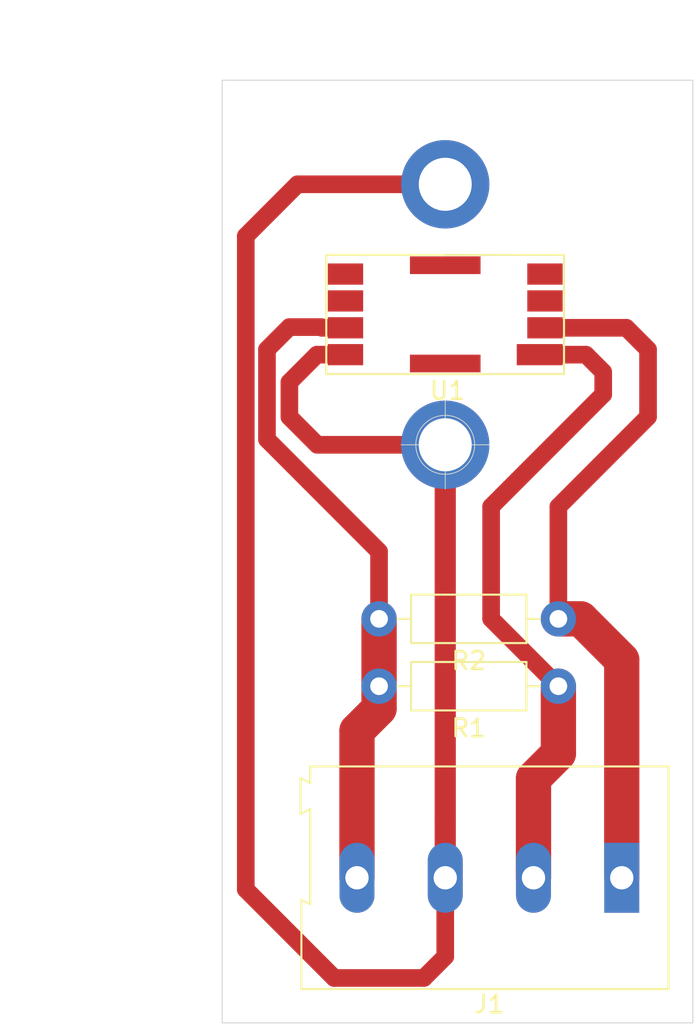
<source format=kicad_pcb>
(kicad_pcb (version 20171130) (host pcbnew "(5.1.6)-1")

  (general
    (thickness 1.6)
    (drawings 7)
    (tracks 44)
    (zones 0)
    (modules 4)
    (nets 11)
  )

  (page A4)
  (layers
    (0 F.Cu signal)
    (31 B.Cu signal)
    (32 B.Adhes user)
    (33 F.Adhes user)
    (34 B.Paste user)
    (35 F.Paste user)
    (36 B.SilkS user)
    (37 F.SilkS user)
    (38 B.Mask user)
    (39 F.Mask user)
    (40 Dwgs.User user)
    (41 Cmts.User user)
    (42 Eco1.User user)
    (43 Eco2.User user)
    (44 Edge.Cuts user)
    (45 Margin user)
    (46 B.CrtYd user)
    (47 F.CrtYd user)
    (48 B.Fab user)
    (49 F.Fab user)
  )

  (setup
    (last_trace_width 1)
    (user_trace_width 1)
    (user_trace_width 1.2)
    (user_trace_width 2)
    (trace_clearance 0.2)
    (zone_clearance 0.508)
    (zone_45_only no)
    (trace_min 0.2)
    (via_size 0.8)
    (via_drill 0.4)
    (via_min_size 0.4)
    (via_min_drill 0.3)
    (uvia_size 0.3)
    (uvia_drill 0.1)
    (uvias_allowed no)
    (uvia_min_size 0.2)
    (uvia_min_drill 0.1)
    (edge_width 0.05)
    (segment_width 0.2)
    (pcb_text_width 0.3)
    (pcb_text_size 1.5 1.5)
    (mod_edge_width 0.12)
    (mod_text_size 1 1)
    (mod_text_width 0.15)
    (pad_size 2 2)
    (pad_drill 1)
    (pad_to_mask_clearance 0.051)
    (solder_mask_min_width 0.25)
    (aux_axis_origin 0 0)
    (visible_elements 7FFFFFFF)
    (pcbplotparams
      (layerselection 0x2ffff_ffffffff)
      (usegerberextensions false)
      (usegerberattributes false)
      (usegerberadvancedattributes false)
      (creategerberjobfile false)
      (excludeedgelayer true)
      (linewidth 0.100000)
      (plotframeref false)
      (viasonmask false)
      (mode 1)
      (useauxorigin false)
      (hpglpennumber 1)
      (hpglpenspeed 20)
      (hpglpendiameter 15.000000)
      (psnegative false)
      (psa4output false)
      (plotreference true)
      (plotvalue true)
      (plotinvisibletext false)
      (padsonsilk false)
      (subtractmaskfromsilk false)
      (outputformat 1)
      (mirror false)
      (drillshape 0)
      (scaleselection 1)
      (outputdirectory ""))
  )

  (net 0 "")
  (net 1 "Net-(J1-Pad1)")
  (net 2 "Net-(J1-Pad2)")
  (net 3 "Net-(J1-Pad4)")
  (net 4 GND)
  (net 5 "Net-(U1-Pad10)")
  (net 6 "Net-(U1-Pad3)")
  (net 7 "Net-(U1-Pad4)")
  (net 8 "Net-(U1-Pad5)")
  (net 9 "Net-(U1-Pad6)")
  (net 10 "Net-(U1-Pad7)")

  (net_class Default "Esta es la clase de red por defecto."
    (clearance 0.2)
    (trace_width 0.25)
    (via_dia 0.8)
    (via_drill 0.4)
    (uvia_dia 0.3)
    (uvia_drill 0.1)
    (add_net GND)
    (add_net "Net-(J1-Pad1)")
    (add_net "Net-(J1-Pad2)")
    (add_net "Net-(J1-Pad4)")
    (add_net "Net-(U1-Pad10)")
    (add_net "Net-(U1-Pad3)")
    (add_net "Net-(U1-Pad4)")
    (add_net "Net-(U1-Pad5)")
    (add_net "Net-(U1-Pad6)")
    (add_net "Net-(U1-Pad7)")
  )

  (module Resistor_THT:R_Axial_DIN0207_L6.3mm_D2.5mm_P10.16mm_Horizontal (layer F.Cu) (tedit 5EC40D0C) (tstamp 5EC468CD)
    (at 50.8 66.04 180)
    (descr "Resistor, Axial_DIN0207 series, Axial, Horizontal, pin pitch=10.16mm, 0.25W = 1/4W, length*diameter=6.3*2.5mm^2, http://cdn-reichelt.de/documents/datenblatt/B400/1_4W%23YAG.pdf")
    (tags "Resistor Axial_DIN0207 series Axial Horizontal pin pitch 10.16mm 0.25W = 1/4W length 6.3mm diameter 2.5mm")
    (path /5EC4367A)
    (fp_text reference R1 (at 5.08 -2.37) (layer F.SilkS)
      (effects (font (size 1 1) (thickness 0.15)))
    )
    (fp_text value R (at 5.08 2.37) (layer F.Fab)
      (effects (font (size 1 1) (thickness 0.15)))
    )
    (fp_line (start 11.21 -1.5) (end -1.05 -1.5) (layer F.CrtYd) (width 0.05))
    (fp_line (start 11.21 1.5) (end 11.21 -1.5) (layer F.CrtYd) (width 0.05))
    (fp_line (start -1.05 1.5) (end 11.21 1.5) (layer F.CrtYd) (width 0.05))
    (fp_line (start -1.05 -1.5) (end -1.05 1.5) (layer F.CrtYd) (width 0.05))
    (fp_line (start 9.12 0) (end 8.35 0) (layer F.SilkS) (width 0.12))
    (fp_line (start 1.04 0) (end 1.81 0) (layer F.SilkS) (width 0.12))
    (fp_line (start 8.35 -1.37) (end 1.81 -1.37) (layer F.SilkS) (width 0.12))
    (fp_line (start 8.35 1.37) (end 8.35 -1.37) (layer F.SilkS) (width 0.12))
    (fp_line (start 1.81 1.37) (end 8.35 1.37) (layer F.SilkS) (width 0.12))
    (fp_line (start 1.81 -1.37) (end 1.81 1.37) (layer F.SilkS) (width 0.12))
    (fp_line (start 10.16 0) (end 8.23 0) (layer F.Fab) (width 0.1))
    (fp_line (start 0 0) (end 1.93 0) (layer F.Fab) (width 0.1))
    (fp_line (start 8.23 -1.25) (end 1.93 -1.25) (layer F.Fab) (width 0.1))
    (fp_line (start 8.23 1.25) (end 8.23 -1.25) (layer F.Fab) (width 0.1))
    (fp_line (start 1.93 1.25) (end 8.23 1.25) (layer F.Fab) (width 0.1))
    (fp_line (start 1.93 -1.25) (end 1.93 1.25) (layer F.Fab) (width 0.1))
    (fp_text user %R (at 5.08 0) (layer F.Fab)
      (effects (font (size 1 1) (thickness 0.15)))
    )
    (pad 1 thru_hole circle (at 0 0 180) (size 2 2) (drill 1) (layers *.Cu *.Mask)
      (net 2 "Net-(J1-Pad2)"))
    (pad 2 thru_hole circle (at 10.16 0 180) (size 2 2) (drill 1) (layers *.Cu *.Mask)
      (net 3 "Net-(J1-Pad4)"))
    (model ${KISYS3DMOD}/Resistor_THT.3dshapes/R_Axial_DIN0207_L6.3mm_D2.5mm_P10.16mm_Horizontal.wrl
      (at (xyz 0 0 0))
      (scale (xyz 1 1 1))
      (rotate (xyz 0 0 0))
    )
  )

  (module Boards:SensorPresion (layer F.Cu) (tedit 5EC3E215) (tstamp 5EC468F8)
    (at 44.39 47.78)
    (path /5EC4111F)
    (fp_text reference U1 (at 0.13 1.54) (layer F.SilkS)
      (effects (font (size 1 1) (thickness 0.15)))
    )
    (fp_text value SensordePresion (at 0 -7.62) (layer F.Fab)
      (effects (font (size 1 1) (thickness 0.15)))
    )
    (fp_line (start 0.01 0.6) (end 6.72 0.6) (layer F.SilkS) (width 0.12))
    (fp_line (start 6.73 0.6) (end 6.73 -6.13) (layer F.SilkS) (width 0.12))
    (fp_line (start 0.01 -6.14) (end 6.7 -6.15) (layer F.SilkS) (width 0.12))
    (fp_line (start -6.74 -6.14) (end -6.74 0.6) (layer F.SilkS) (width 0.12))
    (fp_line (start 0 0.6) (end -6.74 0.6) (layer F.SilkS) (width 0.12))
    (fp_line (start -0.06 -6.15) (end -6.7 -6.15) (layer F.SilkS) (width 0.12))
    (pad 10 smd rect (at 0 0) (size 4 1) (layers F.Cu F.Paste F.Mask)
      (net 5 "Net-(U1-Pad10)"))
    (pad 1 smd rect (at 5.35 -0.5) (size 2.6 1.2) (layers F.Cu F.Paste F.Mask)
      (net 2 "Net-(J1-Pad2)"))
    (pad 2 smd rect (at 5.65 -2.02) (size 2 1.2) (layers F.Cu F.Paste F.Mask)
      (net 1 "Net-(J1-Pad1)"))
    (pad 3 smd rect (at 5.65 -3.54) (size 2 1.2) (layers F.Cu F.Paste F.Mask)
      (net 6 "Net-(U1-Pad3)"))
    (pad 4 smd rect (at 5.65 -5.06) (size 2 1.2) (layers F.Cu F.Paste F.Mask)
      (net 7 "Net-(U1-Pad4)"))
    (pad 5 smd rect (at 0 -5.56) (size 4 1) (layers F.Cu F.Paste F.Mask)
      (net 8 "Net-(U1-Pad5)"))
    (pad 6 smd rect (at -5.65 -5.06) (size 2 1.2) (layers F.Cu F.Paste F.Mask)
      (net 9 "Net-(U1-Pad6)"))
    (pad 7 smd rect (at -5.65 -3.54) (size 2 1.2) (layers F.Cu F.Paste F.Mask)
      (net 10 "Net-(U1-Pad7)"))
    (pad 8 smd rect (at -5.65 -2.02) (size 2 1.2) (layers F.Cu F.Paste F.Mask)
      (net 3 "Net-(J1-Pad4)"))
    (pad 9 smd rect (at -5.65 -0.5) (size 2 1.2) (layers F.Cu F.Paste F.Mask)
      (net 4 GND))
  )

  (module TerminalBlock:TerminalBlock_Altech_AK300-4_P5.00mm (layer F.Cu) (tedit 59FF0306) (tstamp 5EC468B6)
    (at 54.39 76.88 180)
    (descr "Altech AK300 terminal block, pitch 5.0mm, 45 degree angled, see http://www.mouser.com/ds/2/16/PCBMETRC-24178.pdf")
    (tags "Altech AK300 terminal block pitch 5.0mm")
    (path /5EC41845)
    (fp_text reference J1 (at 7.5 -7.15) (layer F.SilkS)
      (effects (font (size 1 1) (thickness 0.15)))
    )
    (fp_text value Conn_01x04_Female (at 7.45 7.45) (layer F.Fab)
      (effects (font (size 1 1) (thickness 0.15)))
    )
    (fp_line (start 18.35 6.47) (end -2.83 6.47) (layer F.CrtYd) (width 0.05))
    (fp_line (start 18.35 6.47) (end 18.35 -6.47) (layer F.CrtYd) (width 0.05))
    (fp_line (start -2.83 -6.47) (end -2.83 6.47) (layer F.CrtYd) (width 0.05))
    (fp_line (start -2.83 -6.47) (end 18.35 -6.47) (layer F.CrtYd) (width 0.05))
    (fp_line (start 3.34 -0.25) (end 6.64 -0.25) (layer F.Fab) (width 0.1))
    (fp_line (start 2.96 -0.25) (end 3.34 -0.25) (layer F.Fab) (width 0.1))
    (fp_line (start 7.02 -0.25) (end 6.64 -0.25) (layer F.Fab) (width 0.1))
    (fp_line (start 1.64 -0.25) (end -1.67 -0.25) (layer F.Fab) (width 0.1))
    (fp_line (start 2.02 -0.25) (end 1.64 -0.25) (layer F.Fab) (width 0.1))
    (fp_line (start -2.05 -0.25) (end -1.67 -0.25) (layer F.Fab) (width 0.1))
    (fp_line (start -1.51 -4.32) (end 1.53 -4.95) (layer F.Fab) (width 0.1))
    (fp_line (start -1.64 -4.45) (end 1.41 -5.08) (layer F.Fab) (width 0.1))
    (fp_line (start 3.49 -4.32) (end 6.54 -4.95) (layer F.Fab) (width 0.1))
    (fp_line (start 3.36 -4.45) (end 6.41 -5.08) (layer F.Fab) (width 0.1))
    (fp_line (start 2.02 -5.97) (end -2.05 -5.97) (layer F.Fab) (width 0.1))
    (fp_line (start -2.05 -3.43) (end -2.05 -5.97) (layer F.Fab) (width 0.1))
    (fp_line (start 2.02 -3.43) (end -2.05 -3.43) (layer F.Fab) (width 0.1))
    (fp_line (start 2.02 -3.43) (end 2.02 -5.97) (layer F.Fab) (width 0.1))
    (fp_line (start 7.02 -3.43) (end 2.96 -3.43) (layer F.Fab) (width 0.1))
    (fp_line (start 7.02 -5.97) (end 7.02 -3.43) (layer F.Fab) (width 0.1))
    (fp_line (start 2.96 -5.97) (end 7.02 -5.97) (layer F.Fab) (width 0.1))
    (fp_line (start 2.96 -3.43) (end 2.96 -5.97) (layer F.Fab) (width 0.1))
    (fp_line (start -2.58 -3.17) (end -2.58 -6.22) (layer F.Fab) (width 0.1))
    (fp_line (start -2.58 -0.64) (end -2.58 -3.17) (layer F.Fab) (width 0.1))
    (fp_line (start -2.58 6.22) (end -2.58 -0.64) (layer F.Fab) (width 0.1))
    (fp_line (start 6.64 0.51) (end 6.26 0.51) (layer F.Fab) (width 0.1))
    (fp_line (start 3.34 0.51) (end 3.72 0.51) (layer F.Fab) (width 0.1))
    (fp_line (start 1.64 0.51) (end 1.26 0.51) (layer F.Fab) (width 0.1))
    (fp_line (start -1.67 0.51) (end -1.28 0.51) (layer F.Fab) (width 0.1))
    (fp_line (start -1.67 3.68) (end -1.67 0.51) (layer F.Fab) (width 0.1))
    (fp_line (start 1.64 3.68) (end -1.67 3.68) (layer F.Fab) (width 0.1))
    (fp_line (start 1.64 3.68) (end 1.64 0.51) (layer F.Fab) (width 0.1))
    (fp_line (start 3.34 3.68) (end 3.34 0.51) (layer F.Fab) (width 0.1))
    (fp_line (start 6.64 3.68) (end 3.34 3.68) (layer F.Fab) (width 0.1))
    (fp_line (start 6.64 3.68) (end 6.64 0.51) (layer F.Fab) (width 0.1))
    (fp_line (start -2.05 4.32) (end -2.05 6.22) (layer F.Fab) (width 0.1))
    (fp_line (start 2.02 4.32) (end 2.02 -0.25) (layer F.Fab) (width 0.1))
    (fp_line (start 2.02 4.32) (end -2.05 4.32) (layer F.Fab) (width 0.1))
    (fp_line (start 7.02 4.32) (end 7.02 6.22) (layer F.Fab) (width 0.1))
    (fp_line (start 2.96 4.32) (end 2.96 -0.25) (layer F.Fab) (width 0.1))
    (fp_line (start 2.96 4.32) (end 7.02 4.32) (layer F.Fab) (width 0.1))
    (fp_line (start -2.05 6.22) (end 2.02 6.22) (layer F.Fab) (width 0.1))
    (fp_line (start -2.58 6.22) (end -2.05 6.22) (layer F.Fab) (width 0.1))
    (fp_line (start -2.05 -0.25) (end -2.05 4.32) (layer F.Fab) (width 0.1))
    (fp_line (start 2.02 6.22) (end 2.96 6.22) (layer F.Fab) (width 0.1))
    (fp_line (start 2.02 6.22) (end 2.02 4.32) (layer F.Fab) (width 0.1))
    (fp_line (start 2.96 6.22) (end 7.02 6.22) (layer F.Fab) (width 0.1))
    (fp_line (start 7.02 -0.25) (end 7.02 4.32) (layer F.Fab) (width 0.1))
    (fp_line (start 2.96 6.22) (end 2.96 4.32) (layer F.Fab) (width 0.1))
    (fp_line (start 12.95 4.06) (end 12.95 5.21) (layer F.Fab) (width 0.1))
    (fp_line (start 12.95 5.21) (end 12.95 6.22) (layer F.Fab) (width 0.1))
    (fp_line (start 3.72 2.54) (end 3.72 -0.25) (layer F.Fab) (width 0.1))
    (fp_line (start 3.72 -0.25) (end 6.26 -0.25) (layer F.Fab) (width 0.1))
    (fp_line (start 6.26 2.54) (end 6.26 -0.25) (layer F.Fab) (width 0.1))
    (fp_line (start 3.72 2.54) (end 6.26 2.54) (layer F.Fab) (width 0.1))
    (fp_line (start -1.28 2.54) (end -1.28 -0.25) (layer F.Fab) (width 0.1))
    (fp_line (start -1.28 -0.25) (end 1.26 -0.25) (layer F.Fab) (width 0.1))
    (fp_line (start 1.26 2.54) (end 1.26 -0.25) (layer F.Fab) (width 0.1))
    (fp_line (start -1.28 2.54) (end 1.26 2.54) (layer F.Fab) (width 0.1))
    (fp_line (start 13.73 2.54) (end 16.27 2.54) (layer F.Fab) (width 0.1))
    (fp_line (start 16.27 2.54) (end 16.27 -0.25) (layer F.Fab) (width 0.1))
    (fp_line (start 13.73 -0.25) (end 16.27 -0.25) (layer F.Fab) (width 0.1))
    (fp_line (start 13.73 2.54) (end 13.73 -0.25) (layer F.Fab) (width 0.1))
    (fp_line (start 17.59 -6.22) (end 17.59 -3.17) (layer F.Fab) (width 0.1))
    (fp_line (start 17.59 -6.22) (end 18.1 -6.22) (layer F.Fab) (width 0.1))
    (fp_line (start 18.1 -6.22) (end 18.1 -1.4) (layer F.Fab) (width 0.1))
    (fp_line (start 18.1 -1.4) (end 17.59 -1.65) (layer F.Fab) (width 0.1))
    (fp_line (start 18.1 5.46) (end 17.59 5.21) (layer F.Fab) (width 0.1))
    (fp_line (start 17.59 5.21) (end 17.59 6.22) (layer F.Fab) (width 0.1))
    (fp_line (start 18.1 3.81) (end 17.59 4.06) (layer F.Fab) (width 0.1))
    (fp_line (start 17.59 4.06) (end 17.59 5.21) (layer F.Fab) (width 0.1))
    (fp_line (start 18.1 3.81) (end 18.1 5.46) (layer F.Fab) (width 0.1))
    (fp_line (start 12.97 6.22) (end 12.97 4.32) (layer F.Fab) (width 0.1))
    (fp_line (start 17.03 -0.25) (end 17.03 4.32) (layer F.Fab) (width 0.1))
    (fp_line (start 17.03 6.22) (end 17.59 6.22) (layer F.Fab) (width 0.1))
    (fp_line (start 12.97 4.32) (end 17.03 4.32) (layer F.Fab) (width 0.1))
    (fp_line (start 17.03 4.32) (end 17.03 6.22) (layer F.Fab) (width 0.1))
    (fp_line (start 16.65 3.68) (end 16.65 0.51) (layer F.Fab) (width 0.1))
    (fp_line (start 16.65 3.68) (end 13.35 3.68) (layer F.Fab) (width 0.1))
    (fp_line (start 13.35 3.68) (end 13.35 0.51) (layer F.Fab) (width 0.1))
    (fp_line (start 13.35 0.51) (end 13.73 0.51) (layer F.Fab) (width 0.1))
    (fp_line (start 16.65 0.51) (end 16.27 0.51) (layer F.Fab) (width 0.1))
    (fp_line (start 17.59 -1.65) (end 17.59 -0.64) (layer F.Fab) (width 0.1))
    (fp_line (start 17.59 -0.64) (end 17.59 4.06) (layer F.Fab) (width 0.1))
    (fp_line (start 17.59 -3.17) (end 17.59 -1.65) (layer F.Fab) (width 0.1))
    (fp_line (start 12.97 -3.43) (end 12.97 -5.97) (layer F.Fab) (width 0.1))
    (fp_line (start 12.97 -5.97) (end 17.03 -5.97) (layer F.Fab) (width 0.1))
    (fp_line (start 17.03 -5.97) (end 17.03 -3.43) (layer F.Fab) (width 0.1))
    (fp_line (start 17.03 -3.43) (end 12.97 -3.43) (layer F.Fab) (width 0.1))
    (fp_line (start 13.37 -4.45) (end 16.42 -5.08) (layer F.Fab) (width 0.1))
    (fp_line (start 13.5 -4.32) (end 16.55 -4.95) (layer F.Fab) (width 0.1))
    (fp_line (start 17.03 -0.25) (end 16.65 -0.25) (layer F.Fab) (width 0.1))
    (fp_line (start 12.97 -0.25) (end 13.35 -0.25) (layer F.Fab) (width 0.1))
    (fp_line (start 13.35 -0.25) (end 16.65 -0.25) (layer F.Fab) (width 0.1))
    (fp_line (start 12.95 4) (end 12.95 -0.25) (layer F.Fab) (width 0.1))
    (fp_line (start 12.66 -0.64) (end -2.52 -0.64) (layer F.Fab) (width 0.1))
    (fp_line (start 17.74 -6.22) (end -2.58 -6.22) (layer F.Fab) (width 0.1))
    (fp_line (start 17.59 -3.05) (end -2.58 -3.05) (layer F.Fab) (width 0.1))
    (fp_line (start 13.17 6.22) (end 7.07 6.22) (layer F.Fab) (width 0.1))
    (fp_line (start 16.95 6.22) (end 13.02 6.22) (layer F.Fab) (width 0.1))
    (fp_line (start 7.99 -0.25) (end 12.05 -0.25) (layer F.Fab) (width 0.1))
    (fp_line (start 7.99 6.22) (end 7.99 -0.25) (layer F.Fab) (width 0.1))
    (fp_line (start 12.51 -0.64) (end 17.59 -0.64) (layer F.Fab) (width 0.1))
    (fp_line (start 11.67 0.51) (end 11.29 0.51) (layer F.Fab) (width 0.1))
    (fp_line (start 11.67 3.68) (end 11.67 0.51) (layer F.Fab) (width 0.1))
    (fp_line (start 8.37 3.68) (end 11.67 3.68) (layer F.Fab) (width 0.1))
    (fp_line (start 8.37 0.51) (end 8.37 3.68) (layer F.Fab) (width 0.1))
    (fp_line (start 8.37 0.51) (end 8.75 0.51) (layer F.Fab) (width 0.1))
    (fp_line (start 12.05 6.22) (end 12.05 -0.25) (layer F.Fab) (width 0.1))
    (fp_line (start 7.99 4.32) (end 12.05 4.32) (layer F.Fab) (width 0.1))
    (fp_line (start 8.47 -4.32) (end 11.52 -4.95) (layer F.Fab) (width 0.1))
    (fp_line (start 8.34 -4.45) (end 11.39 -5.08) (layer F.Fab) (width 0.1))
    (fp_line (start 12 -3.43) (end 7.94 -3.43) (layer F.Fab) (width 0.1))
    (fp_line (start 12 -5.97) (end 12 -3.43) (layer F.Fab) (width 0.1))
    (fp_line (start 7.94 -5.97) (end 12 -5.97) (layer F.Fab) (width 0.1))
    (fp_line (start 7.94 -3.43) (end 7.94 -5.97) (layer F.Fab) (width 0.1))
    (fp_line (start 11.29 2.54) (end 11.29 -0.25) (layer F.Fab) (width 0.1))
    (fp_line (start 8.75 2.54) (end 11.29 2.54) (layer F.Fab) (width 0.1))
    (fp_line (start 8.75 -0.25) (end 8.75 2.54) (layer F.Fab) (width 0.1))
    (fp_line (start -2.65 6.3) (end -2.65 -6.3) (layer F.SilkS) (width 0.12))
    (fp_line (start 17.65 6.3) (end -2.65 6.3) (layer F.SilkS) (width 0.12))
    (fp_line (start 17.65 5.35) (end 17.65 6.3) (layer F.SilkS) (width 0.12))
    (fp_line (start 18.2 5.65) (end 17.65 5.35) (layer F.SilkS) (width 0.12))
    (fp_line (start 18.2 3.6) (end 18.2 5.65) (layer F.SilkS) (width 0.12))
    (fp_line (start 17.65 3.9) (end 18.2 3.6) (layer F.SilkS) (width 0.12))
    (fp_line (start 17.65 -1.5) (end 17.65 3.9) (layer F.SilkS) (width 0.12))
    (fp_line (start 18.15 -1.25) (end 17.65 -1.5) (layer F.SilkS) (width 0.12))
    (fp_line (start 18.15 -6.3) (end 18.15 -1.25) (layer F.SilkS) (width 0.12))
    (fp_line (start -2.65 -6.3) (end 18.15 -6.3) (layer F.SilkS) (width 0.12))
    (fp_text user %R (at 7.5 -2) (layer F.Fab)
      (effects (font (size 1 1) (thickness 0.15)))
    )
    (fp_arc (start 10.99 -4.59) (end 11.49 -5.05) (angle 90.5) (layer F.Fab) (width 0.1))
    (fp_arc (start 10.02 -6.07) (end 11.48 -4.12) (angle 75.5) (layer F.Fab) (width 0.1))
    (fp_arc (start 9.94 -3.71) (end 8.34 -5) (angle 100) (layer F.Fab) (width 0.1))
    (fp_arc (start 8.83 -4.65) (end 8.54 -4.13) (angle 104.2) (layer F.Fab) (width 0.1))
    (fp_arc (start 13.86 -4.65) (end 13.57 -4.13) (angle 104.2) (layer F.Fab) (width 0.1))
    (fp_arc (start 14.97 -3.71) (end 13.37 -5) (angle 100) (layer F.Fab) (width 0.1))
    (fp_arc (start 15.05 -6.07) (end 16.51 -4.12) (angle 75.5) (layer F.Fab) (width 0.1))
    (fp_arc (start 16.02 -4.59) (end 16.52 -5.05) (angle 90.5) (layer F.Fab) (width 0.1))
    (fp_arc (start 6.01 -4.59) (end 6.51 -5.05) (angle 90.5) (layer F.Fab) (width 0.1))
    (fp_arc (start 5.04 -6.07) (end 6.5 -4.12) (angle 75.5) (layer F.Fab) (width 0.1))
    (fp_arc (start 4.96 -3.71) (end 3.36 -5) (angle 100) (layer F.Fab) (width 0.1))
    (fp_arc (start 3.85 -4.65) (end 3.56 -4.13) (angle 104.2) (layer F.Fab) (width 0.1))
    (fp_arc (start 1 -4.59) (end 1.51 -5.05) (angle 90.5) (layer F.Fab) (width 0.1))
    (fp_arc (start 0.04 -6.07) (end 1.5 -4.12) (angle 75.5) (layer F.Fab) (width 0.1))
    (fp_arc (start -0.04 -3.71) (end -1.64 -5) (angle 100) (layer F.Fab) (width 0.1))
    (fp_arc (start -1.16 -4.65) (end -1.44 -4.13) (angle 104.2) (layer F.Fab) (width 0.1))
    (pad 1 thru_hole rect (at 0 0 180) (size 1.98 3.96) (drill 1.32) (layers *.Cu *.Mask)
      (net 1 "Net-(J1-Pad1)"))
    (pad 2 thru_hole oval (at 5 0 180) (size 1.98 3.96) (drill 1.32) (layers *.Cu *.Mask)
      (net 2 "Net-(J1-Pad2)"))
    (pad 4 thru_hole oval (at 15 0 180) (size 1.98 3.96) (drill 1.32) (layers *.Cu *.Mask)
      (net 3 "Net-(J1-Pad4)"))
    (pad 3 thru_hole oval (at 10 0 180) (size 1.98 3.96) (drill 1.32) (layers *.Cu *.Mask)
      (net 4 GND))
    (model ${KISYS3DMOD}/TerminalBlock.3dshapes/TerminalBlock_Altech_AK300-4_P5.00mm.wrl
      (at (xyz 0 0 0))
      (scale (xyz 1 1 1))
      (rotate (xyz 0 0 0))
    )
  )

  (module Resistor_THT:R_Axial_DIN0207_L6.3mm_D2.5mm_P10.16mm_Horizontal (layer F.Cu) (tedit 5EC40CFF) (tstamp 5EC468E4)
    (at 50.8 62.23 180)
    (descr "Resistor, Axial_DIN0207 series, Axial, Horizontal, pin pitch=10.16mm, 0.25W = 1/4W, length*diameter=6.3*2.5mm^2, http://cdn-reichelt.de/documents/datenblatt/B400/1_4W%23YAG.pdf")
    (tags "Resistor Axial_DIN0207 series Axial Horizontal pin pitch 10.16mm 0.25W = 1/4W length 6.3mm diameter 2.5mm")
    (path /5EC43B58)
    (fp_text reference R2 (at 5.08 -2.37) (layer F.SilkS)
      (effects (font (size 1 1) (thickness 0.15)))
    )
    (fp_text value R (at 5.08 2.37) (layer F.Fab)
      (effects (font (size 1 1) (thickness 0.15)))
    )
    (fp_line (start 1.93 -1.25) (end 1.93 1.25) (layer F.Fab) (width 0.1))
    (fp_line (start 1.93 1.25) (end 8.23 1.25) (layer F.Fab) (width 0.1))
    (fp_line (start 8.23 1.25) (end 8.23 -1.25) (layer F.Fab) (width 0.1))
    (fp_line (start 8.23 -1.25) (end 1.93 -1.25) (layer F.Fab) (width 0.1))
    (fp_line (start 0 0) (end 1.93 0) (layer F.Fab) (width 0.1))
    (fp_line (start 10.16 0) (end 8.23 0) (layer F.Fab) (width 0.1))
    (fp_line (start 1.81 -1.37) (end 1.81 1.37) (layer F.SilkS) (width 0.12))
    (fp_line (start 1.81 1.37) (end 8.35 1.37) (layer F.SilkS) (width 0.12))
    (fp_line (start 8.35 1.37) (end 8.35 -1.37) (layer F.SilkS) (width 0.12))
    (fp_line (start 8.35 -1.37) (end 1.81 -1.37) (layer F.SilkS) (width 0.12))
    (fp_line (start 1.04 0) (end 1.81 0) (layer F.SilkS) (width 0.12))
    (fp_line (start 9.12 0) (end 8.35 0) (layer F.SilkS) (width 0.12))
    (fp_line (start -1.05 -1.5) (end -1.05 1.5) (layer F.CrtYd) (width 0.05))
    (fp_line (start -1.05 1.5) (end 11.21 1.5) (layer F.CrtYd) (width 0.05))
    (fp_line (start 11.21 1.5) (end 11.21 -1.5) (layer F.CrtYd) (width 0.05))
    (fp_line (start 11.21 -1.5) (end -1.05 -1.5) (layer F.CrtYd) (width 0.05))
    (fp_text user %R (at 5.08 0 180) (layer F.Fab)
      (effects (font (size 1 1) (thickness 0.15)))
    )
    (pad 2 thru_hole circle (at 10.16 0 180) (size 2 2) (drill 1) (layers *.Cu *.Mask)
      (net 3 "Net-(J1-Pad4)"))
    (pad 1 thru_hole circle (at 0 0 180) (size 2 2) (drill 1) (layers *.Cu *.Mask)
      (net 1 "Net-(J1-Pad1)"))
    (model ${KISYS3DMOD}/Resistor_THT.3dshapes/R_Axial_DIN0207_L6.3mm_D2.5mm_P10.16mm_Horizontal.wrl
      (at (xyz 0 0 0))
      (scale (xyz 1 1 1))
      (rotate (xyz 0 0 0))
    )
  )

  (dimension 53.34 (width 0.15) (layer Dwgs.User)
    (gr_text "53,340 mm" (at 22.830001 58.42 270) (layer Dwgs.User)
      (effects (font (size 1 1) (thickness 0.15)))
    )
    (feature1 (pts (xy 29.21 85.09) (xy 23.54358 85.09)))
    (feature2 (pts (xy 29.21 31.75) (xy 23.54358 31.75)))
    (crossbar (pts (xy 24.130001 31.75) (xy 24.130001 85.09)))
    (arrow1a (pts (xy 24.130001 85.09) (xy 23.54358 83.963496)))
    (arrow1b (pts (xy 24.130001 85.09) (xy 24.716422 83.963496)))
    (arrow2a (pts (xy 24.130001 31.75) (xy 23.54358 32.876504)))
    (arrow2b (pts (xy 24.130001 31.75) (xy 24.716422 32.876504)))
  )
  (dimension 26.67 (width 0.15) (layer Dwgs.User)
    (gr_text "26,670 mm" (at 45.085 30.51) (layer Dwgs.User)
      (effects (font (size 1 1) (thickness 0.15)))
    )
    (feature1 (pts (xy 58.42 29.21) (xy 58.42 29.796421)))
    (feature2 (pts (xy 31.75 29.21) (xy 31.75 29.796421)))
    (crossbar (pts (xy 31.75 29.21) (xy 58.42 29.21)))
    (arrow1a (pts (xy 58.42 29.21) (xy 57.293496 29.796421)))
    (arrow1b (pts (xy 58.42 29.21) (xy 57.293496 28.623579)))
    (arrow2a (pts (xy 31.75 29.21) (xy 32.876504 29.796421)))
    (arrow2b (pts (xy 31.75 29.21) (xy 32.876504 28.623579)))
  )
  (gr_line (start 58.42 85.09) (end 31.75 85.09) (layer Edge.Cuts) (width 0.05) (tstamp 5EC47614))
  (gr_line (start 58.42 31.75) (end 58.42 85.09) (layer Edge.Cuts) (width 0.05))
  (gr_line (start 31.75 31.75) (end 58.42 31.75) (layer Edge.Cuts) (width 0.05))
  (gr_line (start 31.75 85.09) (end 31.75 31.75) (layer Edge.Cuts) (width 0.05))
  (target plus (at 44.39 52.38) (size 5) (width 0.05) (layer Edge.Cuts))

  (segment (start 50.8 62.23) (end 52.07 62.23) (width 2) (layer F.Cu) (net 1))
  (segment (start 54.39 64.55) (end 54.39 76.88) (width 2) (layer F.Cu) (net 1))
  (segment (start 52.07 62.23) (end 54.39 64.55) (width 2) (layer F.Cu) (net 1))
  (segment (start 50.8 62.23) (end 50.8 55.88) (width 1) (layer F.Cu) (net 1))
  (segment (start 50.8 55.88) (end 55.88 50.8) (width 1) (layer F.Cu) (net 1))
  (segment (start 55.88 50.8) (end 55.88 46.99) (width 1) (layer F.Cu) (net 1))
  (segment (start 54.65 45.76) (end 50.04 45.76) (width 1) (layer F.Cu) (net 1))
  (segment (start 55.88 46.99) (end 54.65 45.76) (width 1) (layer F.Cu) (net 1))
  (segment (start 50.8 66.04) (end 50.8 69.85) (width 2) (layer F.Cu) (net 2))
  (segment (start 49.39 71.26) (end 49.39 76.88) (width 2) (layer F.Cu) (net 2))
  (segment (start 50.8 69.85) (end 49.39 71.26) (width 2) (layer F.Cu) (net 2))
  (segment (start 50.8 66.04) (end 46.99 62.23) (width 1) (layer F.Cu) (net 2))
  (segment (start 46.99 62.23) (end 46.99 55.88) (width 1) (layer F.Cu) (net 2))
  (segment (start 46.99 55.88) (end 53.34 49.53) (width 1) (layer F.Cu) (net 2))
  (segment (start 53.34 49.53) (end 53.34 48.26) (width 1) (layer F.Cu) (net 2))
  (segment (start 52.36 47.28) (end 49.74 47.28) (width 1) (layer F.Cu) (net 2))
  (segment (start 53.34 48.26) (end 52.36 47.28) (width 1) (layer F.Cu) (net 2))
  (segment (start 40.64 66.04) (end 40.64 67.31) (width 2) (layer F.Cu) (net 3))
  (segment (start 39.39 68.56) (end 39.39 76.88) (width 2) (layer F.Cu) (net 3))
  (segment (start 40.64 67.31) (end 39.39 68.56) (width 2) (layer F.Cu) (net 3))
  (segment (start 40.64 62.23) (end 40.64 66.04) (width 2) (layer F.Cu) (net 3))
  (segment (start 37.399998 45.76) (end 37.359998 45.72) (width 1) (layer F.Cu) (net 3))
  (segment (start 38.74 45.76) (end 37.399998 45.76) (width 1) (layer F.Cu) (net 3))
  (segment (start 37.359998 45.72) (end 35.56 45.72) (width 1) (layer F.Cu) (net 3))
  (segment (start 35.56 45.72) (end 34.29 46.99) (width 1) (layer F.Cu) (net 3))
  (segment (start 34.29 46.99) (end 34.29 52.07) (width 1) (layer F.Cu) (net 3))
  (segment (start 40.64 58.42) (end 40.64 62.23) (width 1) (layer F.Cu) (net 3))
  (segment (start 34.29 52.07) (end 40.64 58.42) (width 1) (layer F.Cu) (net 3))
  (via (at 44.39 52.38) (size 5) (drill 3) (layers F.Cu B.Cu) (net 4))
  (segment (start 44.39 73.7) (end 44.39 52.38) (width 1.2) (layer F.Cu) (net 4))
  (segment (start 44.39 76.88) (end 44.39 73.7) (width 1.2) (layer F.Cu) (net 4))
  (via (at 44.39 37.64) (size 5) (drill 3) (layers F.Cu B.Cu) (net 4))
  (segment (start 38.74 47.28) (end 37.12 47.28) (width 1) (layer F.Cu) (net 4))
  (segment (start 37.12 47.28) (end 35.56 48.84) (width 1) (layer F.Cu) (net 4))
  (segment (start 35.56 48.84) (end 35.56 50.8) (width 1) (layer F.Cu) (net 4))
  (segment (start 37.14 52.38) (end 44.39 52.38) (width 1) (layer F.Cu) (net 4))
  (segment (start 35.56 50.8) (end 37.14 52.38) (width 1) (layer F.Cu) (net 4))
  (segment (start 44.39 37.64) (end 36.02 37.64) (width 1) (layer F.Cu) (net 4))
  (segment (start 33.089991 40.570009) (end 33.089991 77.539991) (width 1) (layer F.Cu) (net 4))
  (segment (start 36.02 37.64) (end 33.089991 40.570009) (width 1) (layer F.Cu) (net 4))
  (segment (start 33.089991 77.539991) (end 38.1 82.55) (width 1) (layer F.Cu) (net 4))
  (segment (start 38.1 82.55) (end 43.18 82.55) (width 1) (layer F.Cu) (net 4))
  (segment (start 44.39 81.34) (end 44.39 76.88) (width 1) (layer F.Cu) (net 4))
  (segment (start 43.18 82.55) (end 44.39 81.34) (width 1) (layer F.Cu) (net 4))

)

</source>
